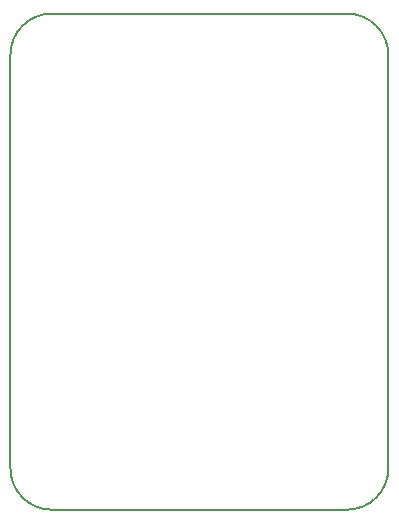
<source format=gbr>
G04 #@! TF.GenerationSoftware,KiCad,Pcbnew,5.1.2-1.fc30*
G04 #@! TF.CreationDate,2019-06-09T13:39:02+09:00*
G04 #@! TF.ProjectId,driver,64726976-6572-42e6-9b69-6361645f7063,rev?*
G04 #@! TF.SameCoordinates,Original*
G04 #@! TF.FileFunction,Profile,NP*
%FSLAX46Y46*%
G04 Gerber Fmt 4.6, Leading zero omitted, Abs format (unit mm)*
G04 Created by KiCad (PCBNEW 5.1.2-1.fc30) date 2019-06-09 13:39:02*
%MOMM*%
%LPD*%
G04 APERTURE LIST*
%ADD10C,0.150000*%
G04 APERTURE END LIST*
D10*
X129500000Y-59000000D02*
G75*
G02X133000000Y-55500000I3500000J0D01*
G01*
X158000000Y-55500000D02*
G75*
G02X161500000Y-59000000I0J-3500000D01*
G01*
X161500000Y-94000000D02*
G75*
G02X158000000Y-97500000I-3500000J0D01*
G01*
X133000000Y-97500000D02*
G75*
G02X129500000Y-94000000I0J3500000D01*
G01*
X129500000Y-59000000D02*
X129500000Y-94000000D01*
X158000000Y-55500000D02*
X133000000Y-55500000D01*
X161500000Y-94000000D02*
X161500000Y-59000000D01*
X133000000Y-97500000D02*
X158000000Y-97500000D01*
M02*

</source>
